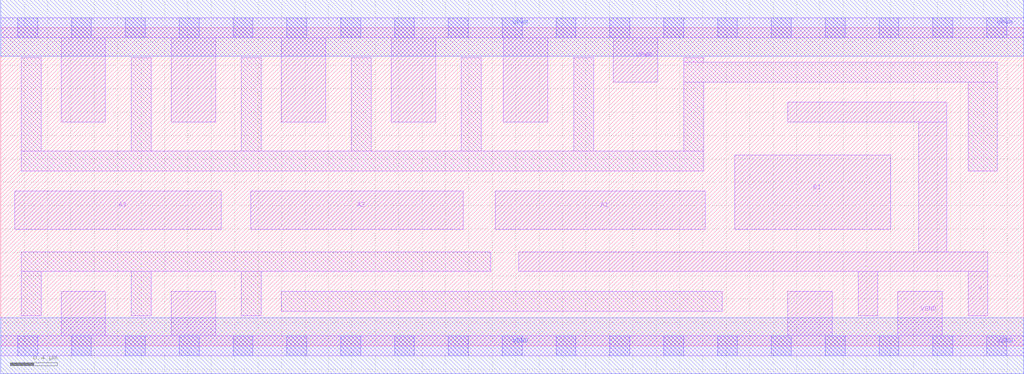
<source format=lef>
# Copyright 2020 The SkyWater PDK Authors
#
# Licensed under the Apache License, Version 2.0 (the "License");
# you may not use this file except in compliance with the License.
# You may obtain a copy of the License at
#
#     https://www.apache.org/licenses/LICENSE-2.0
#
# Unless required by applicable law or agreed to in writing, software
# distributed under the License is distributed on an "AS IS" BASIS,
# WITHOUT WARRANTIES OR CONDITIONS OF ANY KIND, either express or implied.
# See the License for the specific language governing permissions and
# limitations under the License.
#
# SPDX-License-Identifier: Apache-2.0

VERSION 5.7 ;
  NAMESCASESENSITIVE ON ;
  NOWIREEXTENSIONATPIN ON ;
  DIVIDERCHAR "/" ;
  BUSBITCHARS "[]" ;
UNITS
  DATABASE MICRONS 200 ;
END UNITS
PROPERTYDEFINITIONS
  MACRO maskLayoutSubType STRING ;
  MACRO prCellType STRING ;
  MACRO originalViewName STRING ;
END PROPERTYDEFINITIONS
MACRO sky130_fd_sc_hdll__a31oi_4
  CLASS CORE ;
  FOREIGN sky130_fd_sc_hdll__a31oi_4 ;
  ORIGIN  0.000000  0.000000 ;
  SIZE  8.740000 BY  2.720000 ;
  SYMMETRY X Y R90 ;
  SITE unithd ;
  PIN A1
    ANTENNAGATEAREA  1.110000 ;
    DIRECTION INPUT ;
    USE SIGNAL ;
    PORT
      LAYER li1 ;
        RECT 4.225000 0.995000 6.020000 1.325000 ;
    END
  END A1
  PIN A2
    ANTENNAGATEAREA  1.110000 ;
    DIRECTION INPUT ;
    USE SIGNAL ;
    PORT
      LAYER li1 ;
        RECT 2.135000 0.995000 3.950000 1.325000 ;
    END
  END A2
  PIN A3
    ANTENNAGATEAREA  1.110000 ;
    DIRECTION INPUT ;
    USE SIGNAL ;
    PORT
      LAYER li1 ;
        RECT 0.120000 0.995000 1.885000 1.325000 ;
    END
  END A3
  PIN B1
    ANTENNAGATEAREA  1.110000 ;
    DIRECTION INPUT ;
    USE SIGNAL ;
    PORT
      LAYER li1 ;
        RECT 6.270000 0.995000 7.605000 1.630000 ;
    END
  END B1
  PIN Y
    ANTENNADIFFAREA  1.613500 ;
    DIRECTION OUTPUT ;
    USE SIGNAL ;
    PORT
      LAYER li1 ;
        RECT 4.425000 0.635000 8.435000 0.805000 ;
        RECT 6.725000 1.915000 8.085000 2.085000 ;
        RECT 7.325000 0.255000 7.495000 0.635000 ;
        RECT 7.845000 0.805000 8.085000 1.915000 ;
        RECT 8.265000 0.255000 8.435000 0.635000 ;
    END
  END Y
  PIN VGND
    DIRECTION INOUT ;
    USE GROUND ;
    PORT
      LAYER li1 ;
        RECT 0.000000 -0.085000 8.740000 0.085000 ;
        RECT 0.515000  0.085000 0.895000 0.465000 ;
        RECT 1.455000  0.085000 1.835000 0.465000 ;
        RECT 6.725000  0.085000 7.105000 0.465000 ;
        RECT 7.665000  0.085000 8.045000 0.465000 ;
      LAYER mcon ;
        RECT 0.145000 -0.085000 0.315000 0.085000 ;
        RECT 0.605000 -0.085000 0.775000 0.085000 ;
        RECT 1.065000 -0.085000 1.235000 0.085000 ;
        RECT 1.525000 -0.085000 1.695000 0.085000 ;
        RECT 1.985000 -0.085000 2.155000 0.085000 ;
        RECT 2.445000 -0.085000 2.615000 0.085000 ;
        RECT 2.905000 -0.085000 3.075000 0.085000 ;
        RECT 3.365000 -0.085000 3.535000 0.085000 ;
        RECT 3.825000 -0.085000 3.995000 0.085000 ;
        RECT 4.285000 -0.085000 4.455000 0.085000 ;
        RECT 4.745000 -0.085000 4.915000 0.085000 ;
        RECT 5.205000 -0.085000 5.375000 0.085000 ;
        RECT 5.665000 -0.085000 5.835000 0.085000 ;
        RECT 6.125000 -0.085000 6.295000 0.085000 ;
        RECT 6.585000 -0.085000 6.755000 0.085000 ;
        RECT 7.045000 -0.085000 7.215000 0.085000 ;
        RECT 7.505000 -0.085000 7.675000 0.085000 ;
        RECT 7.965000 -0.085000 8.135000 0.085000 ;
        RECT 8.425000 -0.085000 8.595000 0.085000 ;
      LAYER met1 ;
        RECT 0.000000 -0.240000 8.740000 0.240000 ;
    END
  END VGND
  PIN VPWR
    DIRECTION INOUT ;
    USE POWER ;
    PORT
      LAYER li1 ;
        RECT 0.000000 2.635000 8.740000 2.805000 ;
        RECT 0.515000 1.915000 0.895000 2.635000 ;
        RECT 1.455000 1.915000 1.835000 2.635000 ;
        RECT 2.395000 1.915000 2.775000 2.635000 ;
        RECT 3.335000 1.915000 3.715000 2.635000 ;
        RECT 4.295000 1.915000 4.675000 2.635000 ;
        RECT 5.235000 2.255000 5.615000 2.635000 ;
      LAYER mcon ;
        RECT 0.145000 2.635000 0.315000 2.805000 ;
        RECT 0.605000 2.635000 0.775000 2.805000 ;
        RECT 1.065000 2.635000 1.235000 2.805000 ;
        RECT 1.525000 2.635000 1.695000 2.805000 ;
        RECT 1.985000 2.635000 2.155000 2.805000 ;
        RECT 2.445000 2.635000 2.615000 2.805000 ;
        RECT 2.905000 2.635000 3.075000 2.805000 ;
        RECT 3.365000 2.635000 3.535000 2.805000 ;
        RECT 3.825000 2.635000 3.995000 2.805000 ;
        RECT 4.285000 2.635000 4.455000 2.805000 ;
        RECT 4.745000 2.635000 4.915000 2.805000 ;
        RECT 5.205000 2.635000 5.375000 2.805000 ;
        RECT 5.665000 2.635000 5.835000 2.805000 ;
        RECT 6.125000 2.635000 6.295000 2.805000 ;
        RECT 6.585000 2.635000 6.755000 2.805000 ;
        RECT 7.045000 2.635000 7.215000 2.805000 ;
        RECT 7.505000 2.635000 7.675000 2.805000 ;
        RECT 7.965000 2.635000 8.135000 2.805000 ;
        RECT 8.425000 2.635000 8.595000 2.805000 ;
      LAYER met1 ;
        RECT 0.000000 2.480000 8.740000 2.960000 ;
    END
  END VPWR
  OBS
    LAYER li1 ;
      RECT 0.175000 0.255000 0.345000 0.635000 ;
      RECT 0.175000 0.635000 4.185000 0.805000 ;
      RECT 0.175000 1.495000 6.005000 1.665000 ;
      RECT 0.175000 1.665000 0.345000 2.465000 ;
      RECT 1.115000 0.255000 1.285000 0.635000 ;
      RECT 1.115000 1.665000 1.285000 2.465000 ;
      RECT 2.055000 0.255000 2.225000 0.635000 ;
      RECT 2.055000 1.665000 2.225000 2.465000 ;
      RECT 2.395000 0.295000 6.165000 0.465000 ;
      RECT 2.995000 1.665000 3.165000 2.465000 ;
      RECT 3.935000 1.665000 4.105000 2.465000 ;
      RECT 4.895000 1.665000 5.065000 2.465000 ;
      RECT 5.835000 1.665000 6.005000 2.255000 ;
      RECT 5.835000 2.255000 8.515000 2.425000 ;
      RECT 5.835000 2.425000 6.005000 2.465000 ;
      RECT 8.265000 1.495000 8.515000 2.255000 ;
  END
  PROPERTY maskLayoutSubType "abstract" ;
  PROPERTY prCellType "standard" ;
  PROPERTY originalViewName "layout" ;
END sky130_fd_sc_hdll__a31oi_4

</source>
